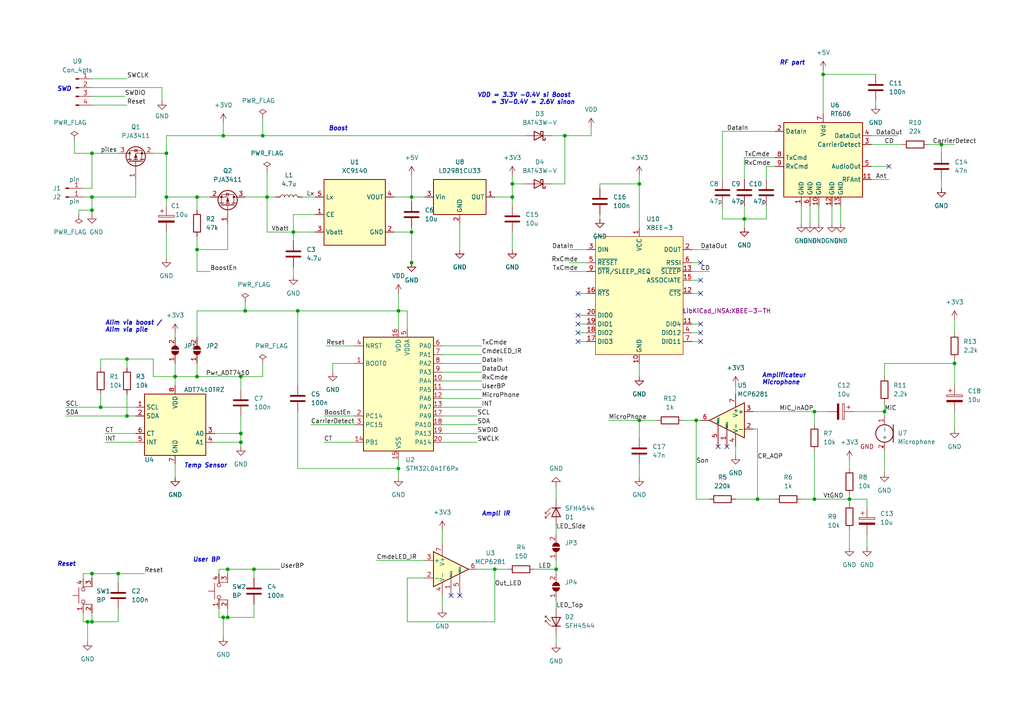
<source format=kicad_sch>
(kicad_sch (version 20211123) (generator eeschema)
  (paper "A4")
  (junction (at 161.29 165.1))
  (junction (at 115.57 135.89))
  (junction (at 201.93 121.92))
  (junction (at 36.83 120.65))
  (junction (at 236.22 119.38))
  (junction (at 69.85 128.27))
  (junction (at 29.21 118.11))
  (junction (at 57.15 57.15))
  (junction (at 119.38 67.31))
  (junction (at 236.22 144.78))
  (junction (at 26.67 180.34))
  (junction (at 119.38 76.2))
  (junction (at 73.66 165.1))
  (junction (at 69.85 125.73))
  (junction (at 66.04 179.07))
  (junction (at 48.26 44.45))
  (junction (at 163.83 39.37))
  (junction (at 143.51 165.1))
  (junction (at 26.67 166.37))
  (junction (at 276.86 105.41))
  (junction (at 115.57 90.17))
  (junction (at 71.12 90.17))
  (junction (at 48.26 57.15))
  (junction (at 238.76 21.59))
  (junction (at 26.67 60.96))
  (junction (at 26.67 57.15))
  (junction (at 57.15 72.39))
  (junction (at 69.85 109.22))
  (junction (at 34.29 166.37))
  (junction (at 148.59 53.34))
  (junction (at 85.09 67.31))
  (junction (at 57.15 109.22))
  (junction (at 36.83 104.14))
  (junction (at 185.42 121.92))
  (junction (at 64.77 39.37))
  (junction (at 215.9 63.5))
  (junction (at 66.04 165.1))
  (junction (at 185.42 53.34))
  (junction (at 246.38 144.78))
  (junction (at 25.4 180.34))
  (junction (at 256.54 119.38))
  (junction (at 76.2 39.37))
  (junction (at 273.05 41.91))
  (junction (at 50.8 109.22))
  (junction (at 119.38 57.15))
  (junction (at 64.77 179.07))
  (junction (at 86.36 90.17))
  (junction (at 148.59 57.15))
  (junction (at 77.47 57.15))
  (junction (at 26.67 44.45))
  (junction (at 219.71 144.78))
  (no_connect (at 257.81 48.26))
  (no_connect (at 210.82 129.54))
  (no_connect (at 208.28 129.54))
  (no_connect (at 130.81 172.72))
  (no_connect (at 133.35 172.72))
  (no_connect (at 203.2 76.2))
  (no_connect (at 203.2 85.09))
  (no_connect (at 203.2 81.28))
  (no_connect (at 167.64 85.09))
  (no_connect (at 167.64 91.44))
  (no_connect (at 203.2 93.98))
  (no_connect (at 203.2 96.52))
  (no_connect (at 203.2 99.06))
  (no_connect (at 167.64 93.98))
  (no_connect (at 167.64 96.52))
  (no_connect (at 167.64 99.06))
  (wire (pts (xy 19.05 118.11) (xy 29.21 118.11)))
  (wire (pts (xy 66.04 64.77) (xy 66.04 72.39)))
  (wire (pts (xy 86.36 90.17) (xy 71.12 90.17)))
  (wire (pts (xy 69.85 120.65) (xy 69.85 125.73)))
  (wire (pts (xy 44.45 44.45) (xy 48.26 44.45)))
  (wire (pts (xy 119.38 66.04) (xy 119.38 67.31)))
  (wire (pts (xy 62.23 125.73) (xy 69.85 125.73)))
  (wire (pts (xy 201.93 121.92) (xy 201.93 144.78)))
  (wire (pts (xy 163.83 39.37) (xy 171.45 39.37)))
  (wire (pts (xy 115.57 135.89) (xy 115.57 138.43)))
  (wire (pts (xy 241.3 59.69) (xy 241.3 64.77)))
  (wire (pts (xy 256.54 105.41) (xy 256.54 109.22)))
  (wire (pts (xy 93.98 120.65) (xy 102.87 120.65)))
  (wire (pts (xy 276.86 104.14) (xy 276.86 105.41)))
  (wire (pts (xy 76.2 34.29) (xy 76.2 39.37)))
  (wire (pts (xy 24.13 177.8) (xy 24.13 180.34)))
  (wire (pts (xy 26.67 57.15) (xy 26.67 60.96)))
  (wire (pts (xy 173.99 62.23) (xy 173.99 63.5)))
  (wire (pts (xy 123.19 167.64) (xy 118.11 167.64)))
  (wire (pts (xy 115.57 90.17) (xy 115.57 95.25)))
  (wire (pts (xy 25.4 180.34) (xy 25.4 186.055)))
  (wire (pts (xy 138.43 165.1) (xy 143.51 165.1)))
  (wire (pts (xy 252.73 41.91) (xy 261.62 41.91)))
  (wire (pts (xy 73.66 165.1) (xy 81.28 165.1)))
  (wire (pts (xy 26.67 177.8) (xy 26.67 180.34)))
  (wire (pts (xy 213.36 111.76) (xy 213.36 114.3)))
  (wire (pts (xy 19.05 120.65) (xy 36.83 120.65)))
  (wire (pts (xy 252.73 52.07) (xy 257.81 52.07)))
  (wire (pts (xy 26.67 166.37) (xy 26.67 167.64)))
  (wire (pts (xy 236.22 119.38) (xy 240.03 119.38)))
  (wire (pts (xy 232.41 144.78) (xy 236.22 144.78)))
  (wire (pts (xy 128.27 105.41) (xy 139.7 105.41)))
  (wire (pts (xy 185.42 105.41) (xy 185.42 109.22)))
  (wire (pts (xy 200.66 81.28) (xy 203.2 81.28)))
  (wire (pts (xy 143.51 165.1) (xy 147.32 165.1)))
  (wire (pts (xy 50.8 105.41) (xy 50.8 109.22)))
  (wire (pts (xy 34.29 166.37) (xy 34.29 168.91)))
  (wire (pts (xy 96.52 105.41) (xy 96.52 107.95)))
  (wire (pts (xy 251.46 144.78) (xy 251.46 147.32)))
  (wire (pts (xy 200.66 99.06) (xy 203.2 99.06)))
  (wire (pts (xy 219.71 124.46) (xy 219.71 144.78)))
  (wire (pts (xy 64.77 35.56) (xy 64.77 39.37)))
  (wire (pts (xy 238.76 20.32) (xy 238.76 21.59)))
  (wire (pts (xy 48.26 67.31) (xy 48.26 74.93)))
  (wire (pts (xy 71.12 90.17) (xy 57.15 90.17)))
  (wire (pts (xy 69.85 125.73) (xy 69.85 128.27)))
  (wire (pts (xy 200.66 85.09) (xy 203.2 85.09)))
  (wire (pts (xy 29.21 118.11) (xy 39.37 118.11)))
  (wire (pts (xy 209.55 38.1) (xy 209.55 52.07)))
  (wire (pts (xy 48.26 44.45) (xy 48.26 39.37)))
  (wire (pts (xy 46.99 25.4) (xy 46.99 29.21)))
  (wire (pts (xy 128.27 172.72) (xy 128.27 176.53)))
  (wire (pts (xy 276.86 92.71) (xy 276.86 96.52)))
  (wire (pts (xy 232.41 59.69) (xy 232.41 64.77)))
  (wire (pts (xy 50.8 109.22) (xy 57.15 109.22)))
  (wire (pts (xy 24.13 167.64) (xy 24.13 166.37)))
  (wire (pts (xy 26.67 22.86) (xy 36.83 22.86)))
  (wire (pts (xy 161.29 140.97) (xy 161.29 144.78)))
  (wire (pts (xy 236.22 144.78) (xy 246.38 144.78)))
  (wire (pts (xy 128.27 113.03) (xy 139.7 113.03)))
  (wire (pts (xy 64.77 39.37) (xy 76.2 39.37)))
  (wire (pts (xy 185.42 53.34) (xy 185.42 66.04)))
  (wire (pts (xy 91.44 62.23) (xy 85.09 62.23)))
  (wire (pts (xy 69.85 109.22) (xy 76.2 109.22)))
  (wire (pts (xy 224.79 38.1) (xy 209.55 38.1)))
  (wire (pts (xy 215.9 45.72) (xy 215.9 52.07)))
  (wire (pts (xy 148.59 67.31) (xy 148.59 72.39)))
  (wire (pts (xy 69.85 128.27) (xy 69.85 129.54)))
  (wire (pts (xy 66.04 165.1) (xy 73.66 165.1)))
  (wire (pts (xy 246.38 133.35) (xy 246.38 135.89)))
  (wire (pts (xy 71.12 87.63) (xy 71.12 90.17)))
  (wire (pts (xy 198.12 121.92) (xy 201.93 121.92)))
  (wire (pts (xy 76.2 39.37) (xy 152.4 39.37)))
  (wire (pts (xy 57.15 90.17) (xy 57.15 97.79)))
  (wire (pts (xy 256.54 119.38) (xy 256.54 120.65)))
  (wire (pts (xy 200.66 93.98) (xy 203.2 93.98)))
  (wire (pts (xy 167.64 85.09) (xy 170.18 85.09)))
  (wire (pts (xy 238.76 21.59) (xy 254 21.59)))
  (wire (pts (xy 201.93 144.78) (xy 205.74 144.78)))
  (wire (pts (xy 30.48 125.73) (xy 39.37 125.73)))
  (wire (pts (xy 167.64 99.06) (xy 170.18 99.06)))
  (wire (pts (xy 48.26 57.15) (xy 57.15 57.15)))
  (wire (pts (xy 276.86 119.38) (xy 276.86 124.46)))
  (wire (pts (xy 246.38 144.78) (xy 246.38 146.05)))
  (wire (pts (xy 34.29 166.37) (xy 41.91 166.37)))
  (wire (pts (xy 173.99 54.61) (xy 173.99 53.34)))
  (wire (pts (xy 224.79 48.26) (xy 222.25 48.26)))
  (wire (pts (xy 246.38 143.51) (xy 246.38 144.78)))
  (wire (pts (xy 57.15 57.15) (xy 57.15 60.96)))
  (wire (pts (xy 85.09 77.47) (xy 85.09 80.01)))
  (wire (pts (xy 254 29.21) (xy 254 30.48)))
  (wire (pts (xy 29.21 104.14) (xy 36.83 104.14)))
  (wire (pts (xy 119.38 67.31) (xy 119.38 76.2)))
  (wire (pts (xy 200.66 76.2) (xy 203.2 76.2)))
  (wire (pts (xy 215.9 63.5) (xy 222.25 63.5)))
  (wire (pts (xy 252.73 48.26) (xy 257.81 48.26)))
  (wire (pts (xy 29.21 106.68) (xy 29.21 104.14)))
  (wire (pts (xy 200.66 96.52) (xy 203.2 96.52)))
  (wire (pts (xy 171.45 36.83) (xy 171.45 39.37)))
  (wire (pts (xy 185.42 121.92) (xy 190.5 121.92)))
  (wire (pts (xy 128.27 123.19) (xy 138.43 123.19)))
  (wire (pts (xy 160.02 53.34) (xy 163.83 53.34)))
  (wire (pts (xy 256.54 105.41) (xy 276.86 105.41)))
  (wire (pts (xy 115.57 90.17) (xy 86.36 90.17)))
  (wire (pts (xy 209.55 59.69) (xy 209.55 63.5)))
  (wire (pts (xy 26.67 44.45) (xy 26.67 54.61)))
  (wire (pts (xy 218.44 124.46) (xy 219.71 124.46)))
  (wire (pts (xy 76.2 105.41) (xy 76.2 109.22)))
  (wire (pts (xy 273.05 41.91) (xy 276.86 41.91)))
  (wire (pts (xy 203.2 121.92) (xy 201.93 121.92)))
  (wire (pts (xy 66.04 165.1) (xy 66.04 166.37)))
  (wire (pts (xy 87.63 57.15) (xy 91.44 57.15)))
  (wire (pts (xy 115.57 133.35) (xy 115.57 135.89)))
  (wire (pts (xy 57.15 109.22) (xy 69.85 109.22)))
  (wire (pts (xy 86.36 135.89) (xy 115.57 135.89)))
  (wire (pts (xy 238.76 21.59) (xy 238.76 33.02)))
  (wire (pts (xy 246.38 144.78) (xy 251.46 144.78)))
  (wire (pts (xy 128.27 102.87) (xy 139.7 102.87)))
  (wire (pts (xy 50.8 109.22) (xy 44.45 109.22)))
  (wire (pts (xy 246.38 153.67) (xy 246.38 158.75)))
  (wire (pts (xy 161.29 152.4) (xy 161.29 154.94)))
  (wire (pts (xy 247.65 119.38) (xy 256.54 119.38)))
  (wire (pts (xy 24.13 54.61) (xy 26.67 54.61)))
  (wire (pts (xy 143.51 57.15) (xy 148.59 57.15)))
  (wire (pts (xy 118.11 90.17) (xy 115.57 90.17)))
  (wire (pts (xy 185.42 50.8) (xy 185.42 53.34)))
  (wire (pts (xy 36.83 114.3) (xy 36.83 120.65)))
  (wire (pts (xy 167.64 91.44) (xy 170.18 91.44)))
  (wire (pts (xy 24.13 166.37) (xy 26.67 166.37)))
  (wire (pts (xy 39.37 52.07) (xy 39.37 57.15)))
  (wire (pts (xy 128.27 100.33) (xy 139.7 100.33)))
  (wire (pts (xy 128.27 128.27) (xy 138.43 128.27)))
  (wire (pts (xy 252.73 39.37) (xy 260.35 39.37)))
  (wire (pts (xy 215.9 63.5) (xy 215.9 66.04)))
  (wire (pts (xy 25.4 180.34) (xy 26.67 180.34)))
  (wire (pts (xy 34.29 176.53) (xy 34.29 180.34)))
  (wire (pts (xy 161.29 184.15) (xy 161.29 186.69)))
  (wire (pts (xy 26.67 44.45) (xy 34.29 44.45)))
  (wire (pts (xy 167.64 96.52) (xy 170.18 96.52)))
  (wire (pts (xy 30.48 128.27) (xy 39.37 128.27)))
  (wire (pts (xy 165.1 78.74) (xy 170.18 78.74)))
  (wire (pts (xy 57.15 105.41) (xy 57.15 109.22)))
  (wire (pts (xy 63.5 179.07) (xy 64.77 179.07)))
  (wire (pts (xy 24.13 180.34) (xy 25.4 180.34)))
  (wire (pts (xy 114.3 67.31) (xy 119.38 67.31)))
  (wire (pts (xy 26.67 60.96) (xy 26.67 62.23)))
  (wire (pts (xy 273.05 41.91) (xy 273.05 44.45)))
  (wire (pts (xy 26.67 25.4) (xy 46.99 25.4)))
  (wire (pts (xy 69.85 109.22) (xy 69.85 113.03)))
  (wire (pts (xy 148.59 53.34) (xy 152.4 53.34)))
  (wire (pts (xy 213.36 144.78) (xy 219.71 144.78)))
  (wire (pts (xy 236.22 130.81) (xy 236.22 144.78)))
  (wire (pts (xy 234.95 59.69) (xy 234.95 64.77)))
  (wire (pts (xy 66.04 72.39) (xy 57.15 72.39)))
  (wire (pts (xy 222.25 59.69) (xy 222.25 63.5)))
  (wire (pts (xy 128.27 107.95) (xy 139.7 107.95)))
  (wire (pts (xy 93.98 128.27) (xy 102.87 128.27)))
  (wire (pts (xy 185.42 134.62) (xy 185.42 138.43)))
  (wire (pts (xy 44.45 104.14) (xy 36.83 104.14)))
  (wire (pts (xy 57.15 68.58) (xy 57.15 72.39)))
  (wire (pts (xy 86.36 119.38) (xy 86.36 135.89)))
  (wire (pts (xy 85.09 62.23) (xy 85.09 67.31)))
  (wire (pts (xy 163.83 39.37) (xy 163.83 53.34)))
  (wire (pts (xy 86.36 90.17) (xy 86.36 111.76)))
  (wire (pts (xy 63.5 165.1) (xy 66.04 165.1)))
  (wire (pts (xy 176.53 121.92) (xy 185.42 121.92)))
  (wire (pts (xy 128.27 118.11) (xy 139.7 118.11)))
  (wire (pts (xy 118.11 95.25) (xy 118.11 90.17)))
  (wire (pts (xy 133.35 64.77) (xy 133.35 72.39)))
  (wire (pts (xy 154.94 165.1) (xy 161.29 165.1)))
  (wire (pts (xy 36.83 104.14) (xy 36.83 106.68)))
  (wire (pts (xy 148.59 50.8) (xy 148.59 53.34)))
  (wire (pts (xy 256.54 116.84) (xy 256.54 119.38)))
  (wire (pts (xy 22.86 62.23) (xy 22.86 60.96)))
  (wire (pts (xy 161.29 165.1) (xy 161.29 166.37)))
  (wire (pts (xy 50.8 134.62) (xy 50.8 138.43)))
  (wire (pts (xy 200.66 72.39) (xy 205.74 72.39)))
  (wire (pts (xy 224.79 45.72) (xy 215.9 45.72)))
  (wire (pts (xy 273.05 52.07) (xy 273.05 54.61)))
  (wire (pts (xy 96.52 105.41) (xy 102.87 105.41)))
  (wire (pts (xy 119.38 50.8) (xy 119.38 57.15)))
  (wire (pts (xy 165.1 72.39) (xy 170.18 72.39)))
  (wire (pts (xy 85.09 67.31) (xy 91.44 67.31)))
  (wire (pts (xy 148.59 53.34) (xy 148.59 57.15)))
  (wire (pts (xy 128.27 110.49) (xy 139.7 110.49)))
  (wire (pts (xy 24.13 57.15) (xy 26.67 57.15)))
  (wire (pts (xy 66.04 176.53) (xy 66.04 179.07)))
  (wire (pts (xy 63.5 176.53) (xy 63.5 179.07)))
  (wire (pts (xy 115.57 85.09) (xy 115.57 90.17)))
  (wire (pts (xy 48.26 39.37) (xy 64.77 39.37)))
  (wire (pts (xy 161.29 162.56) (xy 161.29 165.1)))
  (wire (pts (xy 114.3 57.15) (xy 119.38 57.15)))
  (wire (pts (xy 50.8 109.22) (xy 50.8 111.76)))
  (wire (pts (xy 73.66 165.1) (xy 73.66 167.64)))
  (wire (pts (xy 26.67 30.48) (xy 36.83 30.48)))
  (wire (pts (xy 26.67 57.15) (xy 39.37 57.15)))
  (wire (pts (xy 64.77 179.07) (xy 66.04 179.07)))
  (wire (pts (xy 118.11 167.64) (xy 118.11 180.34)))
  (wire (pts (xy 22.86 60.96) (xy 26.67 60.96)))
  (wire (pts (xy 237.49 59.69) (xy 237.49 64.77)))
  (wire (pts (xy 165.1 76.2) (xy 170.18 76.2)))
  (wire (pts (xy 77.47 57.15) (xy 77.47 67.31)))
  (wire (pts (xy 213.36 129.54) (xy 213.36 132.08)))
  (wire (pts (xy 173.99 53.34) (xy 185.42 53.34)))
  (wire (pts (xy 215.9 59.69) (xy 215.9 63.5)))
  (wire (pts (xy 276.86 105.41) (xy 276.86 111.76)))
  (wire (pts (xy 26.67 44.45) (xy 21.59 44.45)))
  (wire (pts (xy 256.54 130.81) (xy 256.54 137.16)))
  (wire (pts (xy 269.24 41.91) (xy 273.05 41.91)))
  (wire (pts (xy 29.21 114.3) (xy 29.21 118.11)))
  (wire (pts (xy 21.59 40.64) (xy 21.59 44.45)))
  (wire (pts (xy 219.71 144.78) (xy 224.79 144.78)))
  (wire (pts (xy 236.22 119.38) (xy 236.22 123.19)))
  (wire (pts (xy 185.42 121.92) (xy 185.42 127)))
  (wire (pts (xy 64.77 179.07) (xy 64.77 184.785)))
  (wire (pts (xy 50.8 96.52) (xy 50.8 97.79)))
  (wire (pts (xy 218.44 119.38) (xy 236.22 119.38)))
  (wire (pts (xy 62.23 128.27) (xy 69.85 128.27)))
  (wire (pts (xy 222.25 48.26) (xy 222.25 52.07)))
  (wire (pts (xy 243.84 59.69) (xy 243.84 64.77)))
  (wire (pts (xy 200.66 78.74) (xy 205.74 78.74)))
  (wire (pts (xy 48.26 57.15) (xy 48.26 59.69)))
  (wire (pts (xy 128.27 120.65) (xy 138.43 120.65)))
  (wire (pts (xy 36.83 120.65) (xy 39.37 120.65)))
  (wire (pts (xy 66.04 179.07) (xy 73.66 179.07)))
  (wire (pts (xy 57.15 78.74) (xy 60.96 78.74)))
  (wire (pts (xy 26.67 180.34) (xy 34.29 180.34)))
  (wire (pts (xy 251.46 154.94) (xy 251.46 158.75)))
  (wire (pts (xy 143.51 180.34) (xy 143.51 165.1)))
  (wire (pts (xy 109.22 162.56) (xy 123.19 162.56)))
  (wire (pts (xy 57.15 72.39) (xy 57.15 78.74)))
  (wire (pts (xy 90.17 123.19) (xy 102.87 123.19)))
  (wire (pts (xy 77.47 67.31) (xy 85.09 67.31)))
  (wire (pts (xy 94.615 100.33) (xy 102.87 100.33)))
  (wire (pts (xy 128.27 115.57) (xy 139.7 115.57)))
  (wire (pts (xy 148.59 57.15) (xy 148.59 59.69)))
  (wire (pts (xy 119.38 57.15) (xy 119.38 58.42)))
  (wire (pts (xy 209.55 63.5) (xy 215.9 63.5)))
  (wire (pts (xy 48.26 57.15) (xy 48.26 44.45)))
  (wire (pts (xy 128.27 153.67) (xy 128.27 157.48)))
  (wire (pts (xy 44.45 109.22) (xy 44.45 104.14)))
  (wire (pts (xy 63.5 166.37) (xy 63.5 165.1)))
  (wire (pts (xy 73.66 175.26) (xy 73.66 179.07)))
  (wire (pts (xy 167.64 93.98) (xy 170.18 93.98)))
  (wire (pts (xy 60.96 57.15) (xy 57.15 57.15)))
  (wire (pts (xy 128.27 125.73) (xy 138.43 125.73)))
  (wire (pts (xy 26.67 166.37) (xy 34.29 166.37)))
  (wire (pts (xy 118.11 180.34) (xy 143.51 180.34)))
  (wire (pts (xy 160.02 39.37) (xy 163.83 39.37)))
  (wire (pts (xy 71.12 57.15) (xy 77.47 57.15)))
  (wire (pts (xy 161.29 173.99) (xy 161.29 176.53)))
  (wire (pts (xy 80.01 57.15) (xy 77.47 57.15)))
  (wire (pts (xy 26.67 27.94) (xy 36.195 27.94)))
  (wire (pts (xy 77.47 49.53) (xy 77.47 57.15)))
  (wire (pts (xy 85.09 69.85) (xy 85.09 67.31)))
  (wire (pts (xy 119.38 57.15) (xy 123.19 57.15)))
  (text "Ampli IR\n" (at 139.7 149.86 0) (effects (font (size 1.27 1.27) (thickness 0.254) bold italic) (justify left bottom)))
  (text "Boost\n" (at 95.25 38.1 0) (effects (font (size 1.27 1.27) (thickness 0.254) bold italic) (justify left bottom)))
  (text "Reset" (at 16.51 164.465 0) (effects (font (size 1.27 1.27) bold italic) (justify left bottom)))
  (text "RF part\n" (at 226.06 19.05 0) (effects (font (size 1.27 1.27) (thickness 0.254) bold italic) (justify left bottom)))
  (text "Alim via boost /\nAlim via pile" (at 30.48 96.52 0) (effects (font (size 1.27 1.27) (thickness 0.254) bold italic) (justify left bottom)))
  (text "Amplificateur\nMicrophone\n" (at 220.98 111.76 0) (effects (font (size 1.27 1.27) (thickness 0.254) bold italic) (justify left bottom)))
  (text "VDD = 3.3V -0.4V si Boost\n    = 3V-0.4V = 2.6V sinon" (at 138.43 30.48 0) (effects (font (size 1.27 1.27) (thickness 0.254) bold italic) (justify left bottom)))
  (text "Temp Sensor" (at 53.34 135.89 0) (effects (font (size 1.27 1.27) (thickness 0.254) bold italic) (justify left bottom)))
  (text "User BP\n" (at 55.88 163.195 0) (effects (font (size 1.27 1.27) bold italic) (justify left bottom)))
  (text "SWD" (at 16.51 26.67 0) (effects (font (size 1.27 1.27) bold italic) (justify left bottom)))
  (label "SWDIO" (at 138.43 125.73 0))
  (label "CD" (at 203.2 78.74 0))
  (label "Ant" (at 254 52.07 0))
  (label "DataIn" (at 139.7 105.41 0))
  (label "Reset" (at 36.83 30.48 0))
  (label "TxCmde" (at 139.7 100.33 0))
  (label "TxCmde" (at 167.64 78.74 180))
  (label "CarrierDetect" (at 90.17 123.19 0))
  (label "RxCmde" (at 167.64 76.2 180))
  (label "BoostEn" (at 60.96 78.74 0))
  (label "SCL" (at 138.43 120.65 0))
  (label "SDA" (at 138.43 123.19 0))
  (label "VtGND" (at 238.76 144.78 0))
  (label "RxCmde" (at 139.7 110.49 0))
  (label "INT" (at 30.48 128.27 0))
  (label "Pwr_ADT7410" (at 59.69 109.22 0))
  (label "Lx" (at 88.9 57.15 0))
  (label "TxCmde" (at 215.9 45.72 0))
  (label "Reset" (at 94.615 100.33 0))
  (label "LED_Top" (at 161.29 176.53 0))
  (label "SWDIO" (at 36.195 27.94 0))
  (label "Vbatt" (at 78.74 67.31 0))
  (label "CmdeLED_IR" (at 139.7 102.87 0))
  (label "BoostEn" (at 93.98 120.65 0))
  (label "DataIn" (at 166.37 72.39 180))
  (label "CarrierDetect" (at 270.51 41.91 0))
  (label "LED" (at 156.21 165.1 0))
  (label "CR_AOP" (at 219.71 133.35 0))
  (label "SWCLK" (at 36.83 22.86 0))
  (label "UserBP" (at 81.28 165.1 0))
  (label "MicroPhone" (at 176.53 121.92 0))
  (label "DataIn" (at 210.82 38.1 0))
  (label "SWCLK" (at 138.43 128.27 0))
  (label "RxCmde" (at 223.52 48.26 180))
  (label "MicroPhone" (at 139.7 115.57 0))
  (label "INT" (at 139.7 118.11 0))
  (label "Out_LED" (at 143.51 170.18 0))
  (label "CT" (at 30.48 125.73 0))
  (label "MIC_InAOP" (at 226.06 119.38 0))
  (label "UserBP" (at 139.7 113.03 0))
  (label "MiC" (at 256.54 119.38 0))
  (label "SDA" (at 19.05 120.65 0))
  (label "LED_Side" (at 161.29 153.67 0))
  (label "Son" (at 201.93 134.62 0))
  (label "CD" (at 256.54 41.91 0))
  (label "Reset" (at 41.91 166.37 0))
  (label "DataOut" (at 139.7 107.95 0))
  (label "CmdeLED_IR" (at 109.22 162.56 0))
  (label "SCL" (at 19.05 118.11 0))
  (label "piles" (at 29.21 44.45 0))
  (label "DataOut" (at 254 39.37 0))
  (label "DataOut" (at 203.2 72.39 0))
  (label "CT" (at 93.98 128.27 0))
  (symbol (lib_id "Device:R") (at 151.13 165.1 270) (mirror x) (unit 1)
    (property "Reference" "R4" (at 151.13 158.75 90))
    (property "Value" "150" (at 151.13 161.29 90))
    (property "Footprint" "Resistor_SMD:R_1206_3216Metric" (effects hide))
  )
  (symbol (lib_id "power:GND") (at 128.27 176.53 0) (unit 1)
    (property "Reference" "#PWR017" (effects hide))
    (property "Value" "GND" (at 128.27 181.61 0))
  )
  (symbol (lib_id "power:GND") (at 251.46 158.75 0) (unit 1)
    (property "Reference" "#PWR037" (effects hide))
    (property "Value" "GND" (at 251.46 163.83 0))
  )
  (symbol (lib_id "power:GND") (at 69.85 129.54 0) (unit 1)
    (property "Reference" "#PWR023" (effects hide))
    (property "Value" "GND" (at 69.85 134.62 0))
  )
  (symbol (lib_id "Insa:XBEE-3") (at 185.42 105.41 0) (unit 1)
    (property "Reference" "U10" (at 187.4394 63.5 0) (effects (justify left)))
    (property "Value" "XBEE-3" (at 187.4394 66.04 0) (effects (justify left)))
    (property "Footprint" "LibKiCad_INSA:XBEE-3-TH" (at 210.82 90.17 0))
  )
  (symbol (lib_id "power:GND") (at 85.09 80.01 0) (unit 1)
    (property "Reference" "#PWR09" (effects hide))
    (property "Value" "GND" (at 85.09 85.09 0))
  )
  (symbol (lib_id "Device:C") (at 148.59 63.5 0) (unit 1)
    (property "Reference" "C15" (at 152.4 62.2299 0) (effects (justify left)))
    (property "Value" "10u" (at 152.4 64.7699 0) (effects (justify left)))
    (property "Footprint" "Capacitor_SMD:C_1812_4532Metric" (effects hide))
  )
  (symbol (lib_id "power:PWR_FLAG") (at 71.12 87.63 0) (mirror y) (unit 1)
    (property "Reference" "#FLG0101" (effects hide))
    (property "Value" "PWR_FLAG" (at 73.66 82.55 0))
  )
  (symbol (lib_id "power:GND") (at 133.35 72.39 0) (unit 1)
    (property "Reference" "#PWR042" (effects hide))
    (property "Value" "GND" (at 133.35 77.47 0))
  )
  (symbol (lib_id "Device:C_Polarized") (at 251.46 151.13 0) (unit 1)
    (property "Reference" "C13" (at 255.27 148.9709 0) (effects (justify left)))
    (property "Value" "10u" (at 255.27 151.5109 0) (effects (justify left)))
    (property "Footprint" "Capacitor_Tantalum_SMD:CP_EIA-7132-20_AVX-U" (effects hide))
  )
  (symbol (lib_id "Device:C") (at 73.66 171.45 0) (unit 1)
    (property "Reference" "C4" (at 77.47 170.1799 0) (effects (justify left)))
    (property "Value" "100n" (at 77.47 172.7199 0) (effects (justify left)))
    (property "Footprint" "Capacitor_SMD:C_1206_3216Metric" (effects hide))
  )
  (symbol (lib_id "power:+5V") (at 238.76 20.32 0) (unit 1)
    (property "Reference" "#PWR029" (effects hide))
    (property "Value" "+5V" (at 238.76 15.24 0))
  )
  (symbol (lib_id "power:GND") (at 241.3 64.77 0) (unit 1)
    (property "Reference" "#PWR032" (effects hide))
    (property "Value" "GND" (at 241.3 69.85 0))
  )
  (symbol (lib_id "power:GND") (at 161.29 140.97 0) (mirror x) (unit 1)
    (property "Reference" "#PWR021" (effects hide))
    (property "Value" "GND" (at 161.29 135.89 0))
  )
  (symbol (lib_id "power:GND") (at 148.59 72.39 0) (unit 1)
    (property "Reference" "#PWR045" (effects hide))
    (property "Value" "GND" (at 148.59 77.47 0))
  )
  (symbol (lib_id "power:GND") (at 50.8 138.43 0) (unit 1)
    (property "Reference" "#PWR019" (effects hide))
    (property "Value" "GND" (at 50.8 143.51 0))
  )
  (symbol (lib_id "Device:R") (at 276.86 100.33 0) (mirror y) (unit 1)
    (property "Reference" "R13" (at 279.4 99.0599 0) (effects (justify right)))
    (property "Value" "2.2k" (at 279.4 101.5999 0) (effects (justify right)))
    (property "Footprint" "Resistor_SMD:R_1206_3216Metric" (effects hide))
  )
  (symbol (lib_id "LibKiCad_PjtDeviceManagePV:Microphone") (at 256.54 125.73 0) (unit 1)
    (property "Reference" "U7" (at 260.35 125.6021 0) (effects (justify left)))
    (property "Value" "Microphone" (at 260.35 128.1421 0) (effects (justify left)))
    (property "Footprint" "LibKiCad_PjtDeviceManagePV:Microphone" (effects hide))
  )
  (symbol (lib_id "Device:C") (at 209.55 55.88 0) (unit 1)
    (property "Reference" "C8" (at 205.74 53.34 0) (effects (justify left)))
    (property "Value" "47p" (at 205.74 58.42 0) (effects (justify left)))
    (property "Footprint" "Capacitor_SMD:C_0805_2012Metric" (effects hide))
  )
  (symbol (lib_id "Device:C_Polarized") (at 276.86 115.57 0) (unit 1)
    (property "Reference" "C18" (at 280.67 113.4109 0) (effects (justify left)))
    (property "Value" "10u" (at 280.67 115.9509 0) (effects (justify left)))
    (property "Footprint" "Capacitor_Tantalum_SMD:CP_EIA-7132-20_AVX-U" (effects hide))
  )
  (symbol (lib_id "Device:C") (at 69.85 116.84 0) (unit 1)
    (property "Reference" "C7" (at 73.66 115.5699 0) (effects (justify left)))
    (property "Value" "100n" (at 73.66 118.1099 0) (effects (justify left)))
    (property "Footprint" "Capacitor_SMD:C_1206_3216Metric" (effects hide))
  )
  (symbol (lib_id "LibKiCad_PjtDeviceManagePV:SwitchBP") (at 64.77 171.45 90) (unit 1)
    (property "Reference" "SW2" (at 67.31 170.1799 90) (effects (justify right)))
    (property "Value" "BP" (at 67.31 172.7199 90) (effects (justify right)))
    (property "Footprint" "LibKiCad_PjtDeviceManagePV:SW" (effects hide))
  )
  (symbol (lib_id "Jumper:SolderJumper_2_Open") (at 57.15 101.6 90) (unit 1)
    (property "Reference" "JP2" (at 59.69 100.3299 90) (effects (justify right)))
    (property "Value" "SolderJumper_2_Open" (effects hide))
    (property "Footprint" "Jumper:SolderJumper-2_P1.3mm_Open_TrianglePad1.0x1.5mm" (effects hide))
  )
  (symbol (lib_id "LibKiCad_PjtDeviceManagePV:XC9140") (at 102.87 63.5 0) (unit 1)
    (property "Reference" "U1" (at 102.87 46.99 0))
    (property "Value" "XC9140" (at 102.87 49.53 0))
    (property "Footprint" "Package_TO_SOT_SMD:SOT-23-5" (effects hide))
  )
  (symbol (lib_id "Jumper:SolderJumper_2_Open") (at 161.29 158.75 90) (unit 1)
    (property "Reference" "JP3" (at 163.83 157.4799 90) (effects (justify right)))
    (property "Value" "SolderJumper_2_Open" (effects hide))
    (property "Footprint" "Jumper:SolderJumper-2_P1.3mm_Open_TrianglePad1.0x1.5mm" (effects hide))
  )
  (symbol (lib_id "power:GND") (at 215.9 66.04 0) (unit 1)
    (property "Reference" "#PWR024" (effects hide))
    (property "Value" "GND" (at 215.9 71.12 0))
  )
  (symbol (lib_id "Device:Q_PMOS_GSD") (at 39.37 46.99 90) (unit 1)
    (property "Reference" "Q1" (at 39.37 36.83 90))
    (property "Value" "PJA3411" (at 39.37 39.37 90))
    (property "Footprint" "Package_TO_SOT_SMD:SOT-23" (effects hide))
  )
  (symbol (lib_id "power:+3.3V") (at 148.59 50.8 0) (unit 1)
    (property "Reference" "#PWR044" (effects hide))
    (property "Value" "+3.3V" (at 148.59 45.72 0))
  )
  (symbol (lib_id "power:GND") (at 64.77 184.785 0) (unit 1)
    (property "Reference" "#PWR08" (effects hide))
    (property "Value" "GND" (at 64.77 189.865 0))
  )
  (symbol (lib_id "power:GND") (at 119.38 76.2 0) (unit 1)
    (property "Reference" "#PWR012" (effects hide))
    (property "Value" "GND" (at 119.38 81.28 0))
  )
  (symbol (lib_id "power:+5V") (at 119.38 50.8 0) (unit 1)
    (property "Reference" "#PWR011" (effects hide))
    (property "Value" "+5V" (at 119.38 45.72 0))
  )
  (symbol (lib_id "Diode:BAT43W-V") (at 156.21 39.37 180) (unit 1)
    (property "Reference" "D3" (at 156.5275 33.02 0))
    (property "Value" "BAT43W-V" (at 156.5275 35.56 0))
    (property "Footprint" "Diode_SMD:D_SOD-123" (effects hide))
    (property "Datasheet" "http://www.vishay.com/docs/85660/bat42.pdf" (effects hide))
  )
  (symbol (lib_id "LibKiCad_PjtDeviceManagePV:ADT7410TRZ") (at 50.8 124.46 0) (unit 1)
    (property "Reference" "U4" (at 41.91 133.35 0) (effects (justify left)))
    (property "Value" "ADT7410TRZ" (at 53.34 113.03 0) (effects (justify left)))
    (property "Footprint" "Package_SO:SOP-8_3.9x4.9mm_P1.27mm" (effects hide))
  )
  (symbol (lib_id "power:+3.3V") (at 246.38 133.35 0) (unit 1)
    (property "Reference" "#PWR050" (effects hide))
    (property "Value" "+3.3V" (at 246.38 128.27 0))
  )
  (symbol (lib_id "LibKiCad_PjtDeviceManagePV:Conn_01x01_Male") (at 19.05 57.15 0) (unit 1)
    (property "Reference" "J2" (at 16.51 57.15 0))
    (property "Value" "pin" (at 21.59 58.42 0))
    (property "Footprint" "LibKiCad_PjtDeviceManagePV:PinHeader1Pt" (effects hide))
  )
  (symbol (lib_id "power:GND") (at 234.95 64.77 0) (unit 1)
    (property "Reference" "#PWR027" (effects hide))
    (property "Value" "GND" (at 234.95 69.85 0))
  )
  (symbol (lib_id "Device:C") (at 215.9 55.88 0) (unit 1)
    (property "Reference" "C9" (at 212.09 53.34 0) (effects (justify left)))
    (property "Value" "47p" (at 212.09 58.42 0) (effects (justify left)))
    (property "Footprint" "Capacitor_SMD:C_0805_2012Metric" (effects hide))
  )
  (symbol (lib_id "power:GND") (at 276.86 124.46 0) (mirror y) (unit 1)
    (property "Reference" "#PWR052" (effects hide))
    (property "Value" "GND" (at 276.86 129.54 0))
  )
  (symbol (lib_id "LibKiCad_PjtDeviceManagePV:LD2981CU33") (at 133.35 57.15 0) (unit 1)
    (property "Reference" "U8" (at 133.35 46.99 0))
    (property "Value" "LD2981CU33" (at 133.35 49.53 0))
    (property "Footprint" "Package_TO_SOT_SMD:SOT-89-3_Handsoldering" (effects hide))
  )
  (symbol (lib_id "power:PWR_FLAG") (at 77.47 49.53 0) (unit 1)
    (property "Reference" "#FLG03" (effects hide))
    (property "Value" "PWR_FLAG" (at 77.47 44.45 0))
  )
  (symbol (lib_id "power:GND") (at 161.29 186.69 0) (unit 1)
    (property "Reference" "#PWR022" (effects hide))
    (property "Value" "GND" (at 161.29 191.77 0))
  )
  (symbol (lib_id "power:+3V0") (at 64.77 35.56 0) (unit 1)
    (property "Reference" "#PWR01" (effects hide))
    (property "Value" "+3V0" (at 64.77 30.48 0))
  )
  (symbol (lib_id "Device:R") (at 246.38 149.86 0) (mirror y) (unit 1)
    (property "Reference" "R9" (at 240.03 149.86 0) (effects (justify right)))
    (property "Value" "10k" (at 240.03 152.4 0) (effects (justify right)))
    (property "Footprint" "Resistor_SMD:R_1206_3216Metric" (effects hide))
  )
  (symbol (lib_id "Device:R") (at 29.21 110.49 0) (mirror y) (unit 1)
    (property "Reference" "R1" (at 31.75 109.2199 0) (effects (justify right)))
    (property "Value" "10k" (at 31.75 111.7599 0) (effects (justify right)))
    (property "Footprint" "Resistor_SMD:R_1206_3216Metric" (effects hide))
  )
  (symbol (lib_id "power:GND") (at 50.8 138.43 0) (unit 1)
    (property "Reference" "#PWR020" (effects hide))
    (property "Value" "GND" (at 50.8 143.51 0))
  )
  (symbol (lib_id "power:GND") (at 25.4 186.055 0) (unit 1)
    (property "Reference" "#PWR04" (effects hide))
    (property "Value" "GND" (at 25.4 191.135 0))
  )
  (symbol (lib_id "power:PWR_FLAG") (at 76.2 34.29 0) (unit 1)
    (property "Reference" "#FLG0103" (effects hide))
    (property "Value" "PWR_FLAG" (at 74.93 29.21 0))
  )
  (symbol (lib_id "power:GND") (at 173.99 63.5 0) (unit 1)
    (property "Reference" "#PWR07" (effects hide))
    (property "Value" "GND" (at 173.99 68.58 0))
  )
  (symbol (lib_id "Device:R") (at 246.38 139.7 0) (mirror y) (unit 1)
    (property "Reference" "R8" (at 248.92 138.4299 0) (effects (justify right)))
    (property "Value" "10k" (at 248.92 140.9699 0) (effects (justify right)))
    (property "Footprint" "Resistor_SMD:R_1206_3216Metric" (effects hide))
  )
  (symbol (lib_id "power:GND") (at 254 30.48 0) (unit 1)
    (property "Reference" "#PWR034" (effects hide))
    (property "Value" "GND" (at 254 35.56 0))
  )
  (symbol (lib_id "Device:Q_PMOS_GSD") (at 66.04 59.69 270) (mirror x) (unit 1)
    (property "Reference" "Q2" (at 66.04 49.53 90))
    (property "Value" "PJA3411" (at 66.04 52.07 90))
    (property "Footprint" "Package_TO_SOT_SMD:SOT-23" (effects hide))
  )
  (symbol (lib_id "LibKiCad_PjtDeviceManagePV:Con_4pts") (at 25.4 19.05 0) (unit 1)
    (property "Reference" "U9" (at 22.4282 17.78 0))
    (property "Value" "Con_4pts" (at 22.4282 20.32 0))
    (property "Footprint" "LibKiCad_PjtDeviceManagePV:PinHeader4pts" (effects hide))
  )
  (symbol (lib_id "Device:R") (at 57.15 64.77 0) (unit 1)
    (property "Reference" "R2" (at 59.69 63.4999 0) (effects (justify left)))
    (property "Value" "47k" (at 59.69 66.0399 0) (effects (justify left)))
    (property "Footprint" "Resistor_SMD:R_1206_3216Metric" (effects hide))
  )
  (symbol (lib_id "power:+3.3V") (at 276.86 92.71 0) (unit 1)
    (property "Reference" "#PWR051" (effects hide))
    (property "Value" "+3.3V" (at 276.86 87.63 0))
  )
  (symbol (lib_id "power:GND") (at 48.26 74.93 0) (unit 1)
    (property "Reference" "#PWR05" (effects hide))
    (property "Value" "GND" (at 48.26 80.01 0))
  )
  (symbol (lib_id "Device:C") (at 34.29 172.72 0) (unit 1)
    (property "Reference" "C2" (at 38.1 171.4499 0) (effects (justify left)))
    (property "Value" "100n" (at 38.1 173.9899 0) (effects (justify left)))
    (property "Footprint" "Capacitor_SMD:C_1206_3216Metric" (effects hide))
  )
  (symbol (lib_id "power:GND") (at 232.41 64.77 0) (unit 1)
    (property "Reference" "#PWR026" (effects hide))
    (property "Value" "GND" (at 232.41 69.85 0))
  )
  (symbol (lib_id "Device:C") (at 119.38 62.23 0) (unit 1)
    (property "Reference" "C6" (at 123.19 60.9599 0) (effects (justify left)))
    (property "Value" "10u" (at 123.19 63.4999 0) (effects (justify left)))
    (property "Footprint" "Capacitor_SMD:C_1812_4532Metric" (effects hide))
  )
  (symbol (lib_id "Jumper:SolderJumper_2_Open") (at 161.29 170.18 90) (unit 1)
    (property "Reference" "JP4" (at 163.83 168.9099 90) (effects (justify right)))
    (property "Value" "SolderJumper_2_Open" (effects hide))
    (property "Footprint" "Jumper:SolderJumper-2_P1.3mm_Open_TrianglePad1.0x1.5mm" (effects hide))
  )
  (symbol (lib_id "power:GND") (at 185.42 138.43 0) (unit 1)
    (property "Reference" "#PWR048" (effects hide))
    (property "Value" "GND" (at 185.42 143.51 0))
  )
  (symbol (lib_id "Device:C") (at 173.99 58.42 0) (unit 1)
    (property "Reference" "C16" (at 177.8 57.1499 0) (effects (justify left)))
    (property "Value" "100n" (at 177.8 59.6899 0) (effects (justify left)))
    (property "Footprint" "Capacitor_SMD:C_1206_3216Metric" (effects hide))
  )
  (symbol (lib_id "LED:SFH4546") (at 161.29 179.07 90) (unit 1)
    (property "Reference" "D2" (at 163.83 178.9429 90) (effects (justify right)))
    (property "Value" "SFH4544" (at 163.83 181.4829 90) (effects (justify right)))
    (property "Footprint" "LED_THT:LED_D5.0mm_IRGrey" (effects hide))
    (property "Datasheet" "http://www.osram-os.com/Graphics/XPic1/00101982_0.pdf" (effects hide))
  )
  (symbol (lib_id "power:+3.3V") (at 128.27 153.67 0) (unit 1)
    (property "Reference" "#PWR03" (effects hide))
    (property "Value" "+3.3V" (at 128.27 148.59 0))
  )
  (symbol (lib_id "Device:R") (at 256.54 113.03 0) (mirror y) (unit 1)
    (property "Reference" "R11" (at 259.08 111.7599 0) (effects (justify right)))
    (property "Value" "2.2k" (at 259.08 114.2999 0) (effects (justify right)))
    (property "Footprint" "Resistor_SMD:R_1206_3216Metric" (effects hide))
  )
  (symbol (lib_id "power:GND") (at 119.38 76.2 0) (unit 1)
    (property "Reference" "#PWR013" (effects hide))
    (property "Value" "GND" (at 119.38 81.28 0))
  )
  (symbol (lib_id "Device:R") (at 228.6 144.78 270) (mirror x) (unit 1)
    (property "Reference" "R6" (at 228.6 138.43 90))
    (property "Value" "1k" (at 228.6 140.97 90))
    (property "Footprint" "Resistor_SMD:R_1206_3216Metric" (effects hide))
  )
  (symbol (lib_id "Device:R") (at 194.31 121.92 270) (mirror x) (unit 1)
    (property "Reference" "R12" (at 194.31 115.57 90))
    (property "Value" "1k" (at 194.31 118.11 90))
    (property "Footprint" "Resistor_SMD:R_1206_3216Metric" (effects hide))
  )
  (symbol (lib_id "Device:C") (at 85.09 73.66 0) (unit 1)
    (property "Reference" "C3" (at 88.9 72.3899 0) (effects (justify left)))
    (property "Value" "4.7u" (at 88.9 74.9299 0) (effects (justify left)))
    (property "Footprint" "Capacitor_SMD:C_1812_4532Metric" (effects hide))
  )
  (symbol (lib_id "Device:C") (at 254 25.4 0) (unit 1)
    (property "Reference" "C11" (at 257.81 24.1299 0) (effects (justify left)))
    (property "Value" "100n" (at 257.81 26.6699 0) (effects (justify left)))
    (property "Footprint" "Capacitor_SMD:C_1206_3216Metric" (effects hide))
  )
  (symbol (lib_id "power:GND") (at 246.38 158.75 0) (unit 1)
    (property "Reference" "#PWR036" (effects hide))
    (property "Value" "GND" (at 246.38 163.83 0))
  )
  (symbol (lib_id "power:GND") (at 213.36 132.08 0) (mirror y) (unit 1)
    (property "Reference" "#PWR031" (effects hide))
    (property "Value" "GND" (at 213.36 137.16 0))
  )
  (symbol (lib_id "Amplifier_Operational:TL071") (at 130.81 165.1 0) (unit 1)
    (property "Reference" "U3" (at 142.24 160.401 0))
    (property "Value" "MCP6281" (at 142.24 162.941 0))
    (property "Footprint" "Package_SO:SOIC-8_3.9x4.9mm_P1.27mm" (effects hide))
    (property "Datasheet" "http://www.ti.com/lit/ds/symlink/tl071.pdf" (effects hide))
  )
  (symbol (lib_id "Device:C") (at 185.42 130.81 0) (unit 1)
    (property "Reference" "C17" (at 189.23 129.5399 0) (effects (justify left)))
    (property "Value" "47n" (at 189.23 132.0799 0) (effects (justify left)))
    (property "Footprint" "Capacitor_SMD:C_1206_3216Metric" (effects hide))
  )
  (symbol (lib_id "Device:R") (at 36.83 110.49 0) (mirror y) (unit 1)
    (property "Reference" "R3" (at 39.37 109.2199 0) (effects (justify right)))
    (property "Value" "10k" (at 39.37 111.7599 0) (effects (justify right)))
    (property "Footprint" "Resistor_SMD:R_1206_3216Metric" (effects hide))
  )
  (symbol (lib_id "power:PWR_FLAG") (at 76.2 105.41 0) (mirror y) (unit 1)
    (property "Reference" "#FLG0102" (effects hide))
    (property "Value" "PWR_FLAG" (at 78.74 100.33 0))
  )
  (symbol (lib_id "power:GND") (at 115.57 138.43 0) (unit 1)
    (property "Reference" "#PWR015" (effects hide))
    (property "Value" "GND" (at 115.57 143.51 0))
  )
  (symbol (lib_id "power:VDD") (at 171.45 36.83 0) (unit 1)
    (property "Reference" "#PWR047" (effects hide))
    (property "Value" "VDD" (at 171.45 31.75 0))
  )
  (symbol (lib_id "Jumper:SolderJumper_2_Open") (at 50.8 101.6 90) (unit 1)
    (property "Reference" "JP1" (at 53.34 100.3299 90) (effects (justify right)))
    (property "Value" "SolderJumper_2_Open" (effects hide))
    (property "Footprint" "Jumper:SolderJumper-2_P1.3mm_Open_TrianglePad1.0x1.5mm" (effects hide))
  )
  (symbol (lib_id "power:GND") (at 237.49 64.77 0) (unit 1)
    (property "Reference" "#PWR028" (effects hide))
    (property "Value" "GND" (at 237.49 69.85 0))
  )
  (symbol (lib_id "LibKiCad_PjtDeviceManagePV:RT606") (at 237.49 48.26 0) (unit 1)
    (property "Reference" "U6" (at 240.7794 30.48 0) (effects (justify left)))
    (property "Value" "RT606" (at 240.7794 33.02 0) (effects (justify left)))
    (property "Footprint" "LibKiCad_PjtDeviceManagePV:RT606" (effects hide))
  )
  (symbol (lib_id "power:GND") (at 133.35 72.39 0) (unit 1)
    (property "Reference" "#PWR043" (effects hide))
    (property "Value" "GND" (at 133.35 77.47 0))
  )
  (symbol (lib_id "power:+3.3V") (at 185.42 50.8 0) (unit 1)
    (property "Reference" "#PWR030" (effects hide))
    (property "Value" "+3.3V" (at 185.42 45.72 0))
  )
  (symbol (lib_id "power:GND") (at 273.05 54.61 0) (unit 1)
    (property "Reference" "#PWR038" (effects hide))
    (property "Value" "GND" (at 273.05 59.69 0))
  )
  (symbol (lib_id "power:PWR_FLAG") (at 21.59 40.64 0) (unit 1)
    (property "Reference" "#FLG01" (effects hide))
    (property "Value" "PWR_FLAG" (at 20.32 35.56 0))
  )
  (symbol (lib_id "Device:C") (at 86.36 115.57 0) (unit 1)
    (property "Reference" "C5" (at 90.17 114.2999 0) (effects (justify left)))
    (property "Value" "100n" (at 90.17 116.8399 0) (effects (justify left)))
    (property "Footprint" "Capacitor_SMD:C_1206_3216Metric" (effects hide))
  )
  (symbol (lib_id "Device:C_Polarized") (at 48.26 63.5 0) (unit 1)
    (property "Reference" "C1" (at 49.53 59.69 0) (effects (justify left)))
    (property "Value" "10u" (at 50.8 62.23 0) (effects (justify left)))
    (property "Footprint" "Capacitor_Tantalum_SMD:CP_EIA-7132-20_AVX-U" (effects hide))
  )
  (symbol (lib_id "LibKiCad_PjtDeviceManagePV:SwitchBP") (at 25.4 172.72 90) (unit 1)
    (property "Reference" "SW1" (at 27.94 171.4499 90) (effects (justify right)))
    (property "Value" "BP" (at 27.94 173.9899 90) (effects (justify right)))
    (property "Footprint" "LibKiCad_PjtDeviceManagePV:SW" (effects hide))
  )
  (symbol (lib_id "power:VDD") (at 115.57 85.09 0) (unit 1)
    (property "Reference" "#PWR018" (effects hide))
    (property "Value" "VDD" (at 115.57 80.01 0))
  )
  (symbol (lib_id "power:GND") (at 46.99 29.21 0) (unit 1)
    (property "Reference" "#PWR06" (effects hide))
    (property "Value" "GND" (at 46.99 33.655 0))
  )
  (symbol (lib_id "Amplifier_Operational:TL071") (at 210.82 121.92 0) (mirror y) (unit 1)
    (property "Reference" "U5" (at 213.8806 111.76 0) (effects (justify right)))
    (property "Value" "MCP6281" (at 213.8806 114.3 0) (effects (justify right)))
    (property "Footprint" "Package_SO:SOIC-8_3.9x4.9mm_P1.27mm" (effects hide))
    (property "Datasheet" "http://www.ti.com/lit/ds/symlink/tl071.pdf" (effects hide))
  )
  (symbol (lib_id "power:GND") (at 173.99 63.5 0) (unit 1)
    (property "Reference" "#PWR016" (effects hide))
    (property "Value" "GND" (at 173.99 68.58 0))
  )
  (symbol (lib_id "Device:C") (at 222.25 55.88 0) (unit 1)
    (property "Reference" "C10" (at 217.17 53.34 0) (effects (justify left)))
    (property "Value" "47p" (at 218.44 58.42 0) (effects (justify left)))
    (property "Footprint" "Capacitor_SMD:C_0805_2012Metric" (effects hide))
  )
  (symbol (lib_id "power:PWR_FLAG") (at 22.86 62.23 0) (mirror x) (unit 1)
    (property "Reference" "#FLG02" (effects hide))
    (property "Value" "PWR_FLAG" (at 20.32 67.31 0))
  )
  (symbol (lib_id "power:+3.3V") (at 50.8 96.52 0) (unit 1)
    (property "Reference" "#PWR014" (effects hide))
    (property "Value" "+3.3V" (at 50.8 91.44 0))
  )
  (symbol (lib_id "power:GND") (at 148.59 72.39 0) (unit 1)
    (property "Reference" "#PWR046" (effects hide))
    (property "Value" "GND" (at 148.59 77.47 0))
  )
  (symbol (lib_id "LibKiCad_PjtDeviceManagePV:Conn_01x01_Male") (at 19.05 54.61 0) (unit 1)
    (property "Reference" "J1" (at 16.51 54.61 0))
    (property "Value" "pin" (at 21.59 52.07 0))
    (property "Footprint" "LibKiCad_PjtDeviceManagePV:PinHeader1Pt" (effects hide))
  )
  (symbol (lib_id "Device:R") (at 265.43 41.91 270) (unit 1)
    (property "Reference" "R10" (at 265.43 35.56 90))
    (property "Value" "22k" (at 265.43 38.1 90))
    (property "Footprint" "Resistor_SMD:R_1206_3216Metric" (effects hide))
  )
  (symbol (lib_id "power:GND") (at 26.67 62.23 0) (unit 1)
    (property "Reference" "#PWR02" (effects hide))
    (property "Value" "GND" (at 27.94 67.31 0))
  )
  (symbol (lib_id "power:GND") (at 215.9 66.04 0) (unit 1)
    (property "Reference" "#PWR025" (effects hide))
    (property "Value" "GND" (at 215.9 71.12 0))
  )
  (symbol (lib_id "Device:R") (at 236.22 127 0) (mirror y) (unit 1)
    (property "Reference" "R7" (at 238.76 125.7299 0) (effects (justify right)))
    (property "Value" "10k" (at 238.76 128.2699 0) (effects (justify right)))
    (property "Footprint" "Resistor_SMD:R_1206_3216Metric" (effects hide))
  )
  (symbol (lib_id "power:GND") (at 96.52 107.95 0) (unit 1)
    (property "Reference" "#PWR010" (effects hide))
    (property "Value" "GND" (at 96.52 113.03 0))
  )
  (symbol (lib_id "power:GND") (at 243.84 64.77 0) (unit 1)
    (property "Reference" "#PWR033" (effects hide))
    (property "Value" "GND" (at 243.84 69.85 0))
  )
  (symbol (lib_id "Device:R") (at 209.55 144.78 270) (mirror x) (unit 1)
    (property "Reference" "R5" (at 209.55 138.43 90))
    (property "Value" "220k" (at 209.55 140.97 90))
    (property "Footprint" "Resistor_SMD:R_1206_3216Metric" (effects hide))
  )
  (symbol (lib_id "power:GND") (at 185.42 109.22 0) (unit 1)
    (property "Reference" "#PWR035" (effects hide))
    (property "Value" "GND" (at 185.42 114.3 0))
  )
  (symbol (lib_id "Device:C_Polarized") (at 243.84 119.38 270) (unit 1)
    (property "Reference" "C12" (at 244.729 111.76 90))
    (property "Value" "10u" (at 244.729 114.3 90))
    (property "Footprint" "Capacitor_Tantalum_SMD:CP_EIA-7132-20_AVX-U" (effects hide))
  )
  (symbol (lib_id "power:GND") (at 273.05 54.61 0) (unit 1)
    (property "Reference" "#PWR039" (effects hide))
    (property "Value" "GND" (at 273.05 59.69 0))
  )
  (symbol (lib_id "Device:C") (at 273.05 48.26 0) (unit 1)
    (property "Reference" "C14" (at 276.86 46.9899 0) (effects (justify left)))
    (property "Value" "47n" (at 276.86 49.5299 0) (effects (justify left)))
    (property "Footprint" "Capacitor_SMD:C_1206_3216Metric" (effects hide))
  )
  (symbol (lib_id "power:GND") (at 185.42 109.22 0) (unit 1)
    (property "Reference" "#PWR040" (effects hide))
    (property "Value" "GND" (at 185.42 114.3 0))
  )
  (symbol (lib_id "power:+3.3V") (at 213.36 111.76 0) (unit 1)
    (property "Reference" "#PWR049" (effects hide))
    (property "Value" "+3.3V" (at 213.36 106.68 0))
  )
  (symbol (lib_id "Device:L") (at 83.82 57.15 270) (mirror x) (unit 1)
    (property "Reference" "L1" (at 83.82 50.8 90))
    (property "Value" "4.7u" (at 83.82 53.34 90))
    (property "Footprint" "Inductor_SMD:L_Abracon_ASPI-3012S" (effects hide))
  )
  (symbol (lib_id "MCU_ST_STM32L0:STM32L041F6Px") (at 115.57 113.03 0) (unit 1)
    (property "Reference" "U2" (at 117.5894 133.35 0) (effects (justify left)))
    (property "Value" "STM32L041F6Px" (at 117.5894 135.89 0) (effects (justify left)))
    (property "Footprint" "Package_SO:TSSOP-20_4.4x6.5mm_P0.65mm" (effects hide))
    (property "Datasheet" "http://www.st.com/st-web-ui/static/active/en/resource/technical/document/datasheet/DM00152023.pdf" (effects hide))
  )
  (symbol (lib_id "Diode:BAT43W-V") (at 156.21 53.34 180) (unit 1)
    (property "Reference" "D4" (at 156.5275 46.99 0))
    (property "Value" "BAT43W-V" (at 156.5275 49.53 0))
    (property "Footprint" "Diode_SMD:D_SOD-123" (effects hide))
    (property "Datasheet" "http://www.vishay.com/docs/85660/bat42.pdf" (effects hide))
  )
  (symbol (lib_id "LED:SFH4546") (at 161.29 149.86 90) (mirror x) (unit 1)
    (property "Reference" "D1" (at 163.83 149.9871 90) (effects (justify right)))
    (property "Value" "SFH4544" (at 163.83 147.4471 90) (effects (justify right)))
    (property "Footprint" "LED_THT:LED_D5.0mm_IRGrey" (effects hide))
    (property "Datasheet" "http://www.osram-os.com/Graphics/XPic1/00101982_0.pdf" (effects hide))
  )
  (symbol (lib_id "power:GND") (at 256.54 137.16 0) (mirror y) (unit 1)
    (property "Reference" "#PWR041" (effects hide))
    (property "Value" "GND" (at 256.54 142.24 0))
  )
)
</source>
